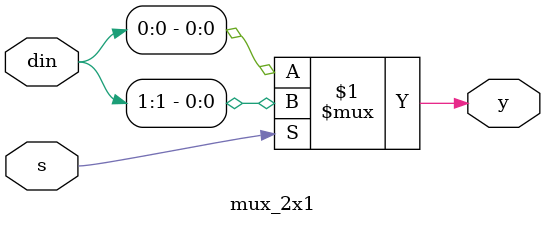
<source format=v>
/*
data flow model of a 2x1 mux
*/

module mux_2x1(input[1:0] din, input s, output y);
    assign y = s?din[1]:din[0];
endmodule
</source>
